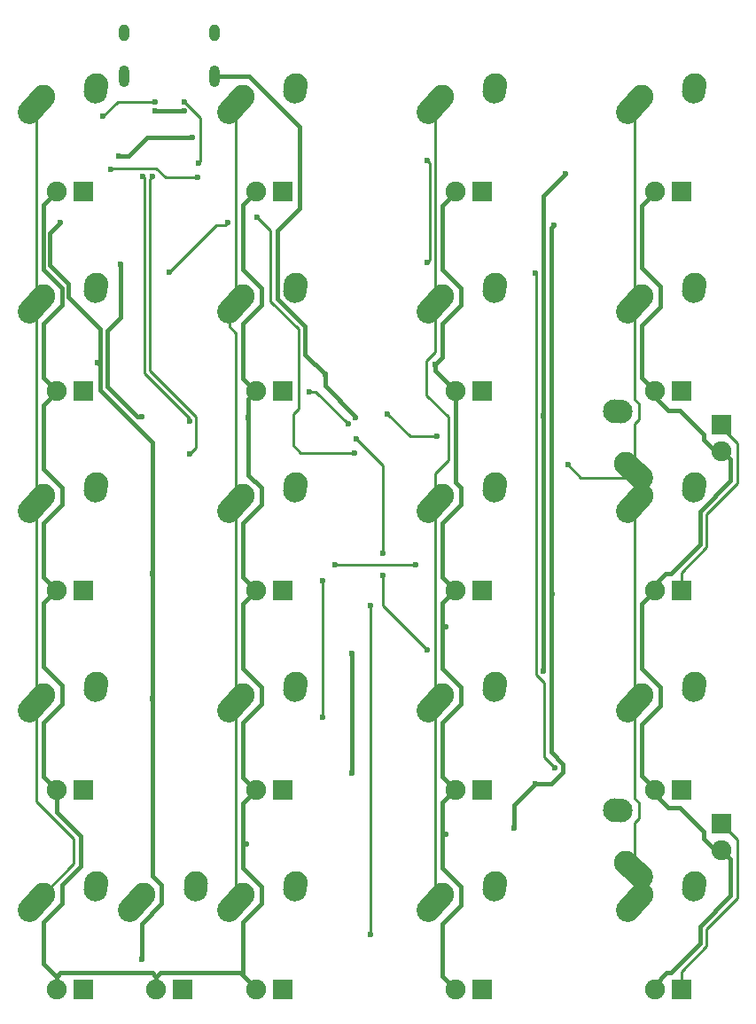
<source format=gtl>
%TF.GenerationSoftware,KiCad,Pcbnew,(7.0.0)*%
%TF.CreationDate,2023-03-11T20:18:40+01:00*%
%TF.ProjectId,Voyager20-TQFP,566f7961-6765-4723-9230-2d545146502e,rev?*%
%TF.SameCoordinates,Original*%
%TF.FileFunction,Copper,L1,Top*%
%TF.FilePolarity,Positive*%
%FSLAX46Y46*%
G04 Gerber Fmt 4.6, Leading zero omitted, Abs format (unit mm)*
G04 Created by KiCad (PCBNEW (7.0.0)) date 2023-03-11 20:18:40*
%MOMM*%
%LPD*%
G01*
G04 APERTURE LIST*
G04 Aperture macros list*
%AMHorizOval*
0 Thick line with rounded ends*
0 $1 width*
0 $2 $3 position (X,Y) of the first rounded end (center of the circle)*
0 $4 $5 position (X,Y) of the second rounded end (center of the circle)*
0 Add line between two ends*
20,1,$1,$2,$3,$4,$5,0*
0 Add two circle primitives to create the rounded ends*
1,1,$1,$2,$3*
1,1,$1,$4,$5*%
G04 Aperture macros list end*
%TA.AperFunction,ComponentPad*%
%ADD10HorizOval,2.250000X0.655001X0.730000X-0.655001X-0.730000X0*%
%TD*%
%TA.AperFunction,ComponentPad*%
%ADD11C,2.250000*%
%TD*%
%TA.AperFunction,ComponentPad*%
%ADD12HorizOval,2.250000X0.020000X0.290000X-0.020000X-0.290000X0*%
%TD*%
%TA.AperFunction,ComponentPad*%
%ADD13C,1.905000*%
%TD*%
%TA.AperFunction,ComponentPad*%
%ADD14R,1.905000X1.905000*%
%TD*%
%TA.AperFunction,ComponentPad*%
%ADD15HorizOval,2.250000X-0.730000X0.655001X0.730000X-0.655001X0*%
%TD*%
%TA.AperFunction,ComponentPad*%
%ADD16HorizOval,2.250000X-0.290000X0.020000X0.290000X-0.020000X0*%
%TD*%
%TA.AperFunction,ComponentPad*%
%ADD17O,1.000000X1.600000*%
%TD*%
%TA.AperFunction,ComponentPad*%
%ADD18O,1.000000X2.100000*%
%TD*%
%TA.AperFunction,ViaPad*%
%ADD19C,0.600000*%
%TD*%
%TA.AperFunction,Conductor*%
%ADD20C,0.381000*%
%TD*%
%TA.AperFunction,Conductor*%
%ADD21C,0.254000*%
%TD*%
G04 APERTURE END LIST*
D10*
X44470000Y-36417499D03*
D11*
X45125000Y-35687500D03*
D12*
X50144999Y-34897499D03*
D11*
X50165000Y-34607500D03*
D13*
X46355000Y-44767500D03*
D14*
X48894999Y-44767499D03*
D10*
X63520000Y-36417499D03*
D11*
X64175000Y-35687500D03*
D12*
X69194999Y-34897499D03*
D11*
X69215000Y-34607500D03*
D13*
X65405000Y-44767500D03*
D14*
X67944999Y-44767499D03*
D10*
X82570000Y-36417499D03*
D11*
X83225000Y-35687500D03*
D12*
X88244999Y-34897499D03*
D11*
X88265000Y-34607500D03*
D13*
X84455000Y-44767500D03*
D14*
X86994999Y-44767499D03*
D10*
X101620000Y-36417499D03*
D11*
X102275000Y-35687500D03*
D12*
X107294999Y-34897499D03*
D11*
X107315000Y-34607500D03*
D13*
X103505000Y-44767500D03*
D14*
X106044999Y-44767499D03*
D10*
X44470000Y-55467499D03*
D11*
X45125000Y-54737500D03*
D12*
X50144999Y-53947499D03*
D11*
X50165000Y-53657500D03*
D13*
X46355000Y-63817500D03*
D14*
X48894999Y-63817499D03*
D10*
X63520000Y-55467499D03*
D11*
X64175000Y-54737500D03*
D12*
X69194999Y-53947499D03*
D11*
X69215000Y-53657500D03*
D13*
X65405000Y-63817500D03*
D14*
X67944999Y-63817499D03*
D10*
X82570000Y-55467499D03*
D11*
X83225000Y-54737500D03*
D12*
X88244999Y-53947499D03*
D11*
X88265000Y-53657500D03*
D13*
X84455000Y-63817500D03*
D14*
X86994999Y-63817499D03*
D10*
X101620000Y-55467499D03*
D11*
X102275000Y-54737500D03*
D12*
X107294999Y-53947499D03*
D11*
X107315000Y-53657500D03*
D13*
X103505000Y-63817500D03*
D14*
X106044999Y-63817499D03*
D10*
X44470000Y-74517499D03*
D11*
X45125000Y-73787500D03*
D12*
X50144999Y-72997499D03*
D11*
X50165000Y-72707500D03*
D13*
X46355000Y-82867500D03*
D14*
X48894999Y-82867499D03*
D10*
X63520000Y-74517499D03*
D11*
X64175000Y-73787500D03*
D12*
X69194999Y-72997499D03*
D11*
X69215000Y-72707500D03*
D13*
X65405000Y-82867500D03*
D14*
X67944999Y-82867499D03*
D10*
X82570000Y-74517499D03*
D11*
X83225000Y-73787500D03*
D12*
X88244999Y-72997499D03*
D11*
X88265000Y-72707500D03*
D13*
X84455000Y-82867500D03*
D14*
X86994999Y-82867499D03*
D10*
X101620000Y-74517499D03*
D11*
X102275000Y-73787500D03*
D12*
X107294999Y-72997499D03*
D11*
X107315000Y-72707500D03*
D13*
X103505000Y-82867500D03*
D14*
X106044999Y-82867499D03*
D10*
X44470000Y-93567499D03*
D11*
X45125000Y-92837500D03*
D12*
X50144999Y-92047499D03*
D11*
X50165000Y-91757500D03*
D13*
X46355000Y-101917500D03*
D14*
X48894999Y-101917499D03*
D10*
X63520000Y-93567499D03*
D11*
X64175000Y-92837500D03*
D12*
X69194999Y-92047499D03*
D11*
X69215000Y-91757500D03*
D13*
X65405000Y-101917500D03*
D14*
X67944999Y-101917499D03*
D10*
X82570000Y-93567499D03*
D11*
X83225000Y-92837500D03*
D12*
X88244999Y-92047499D03*
D11*
X88265000Y-91757500D03*
D13*
X84455000Y-101917500D03*
D14*
X86994999Y-101917499D03*
D10*
X101620000Y-93567499D03*
D11*
X102275000Y-92837500D03*
D12*
X107294999Y-92047499D03*
D11*
X107315000Y-91757500D03*
D13*
X103505000Y-101917500D03*
D14*
X106044999Y-101917499D03*
D10*
X44470000Y-112617499D03*
D11*
X45125000Y-111887500D03*
D12*
X50144999Y-111097499D03*
D11*
X50165000Y-110807500D03*
D13*
X46355000Y-120967500D03*
D14*
X48894999Y-120967499D03*
D10*
X63520000Y-112617499D03*
D11*
X64175000Y-111887500D03*
D12*
X69194999Y-111097499D03*
D11*
X69215000Y-110807500D03*
D13*
X65405000Y-120967500D03*
D14*
X67944999Y-120967499D03*
D10*
X82570000Y-112617499D03*
D11*
X83225000Y-111887500D03*
D12*
X88244999Y-111097499D03*
D11*
X88265000Y-110807500D03*
D13*
X84455000Y-120967500D03*
D14*
X86994999Y-120967499D03*
D10*
X101620000Y-112617499D03*
D11*
X102275000Y-111887500D03*
D12*
X107294999Y-111097499D03*
D11*
X107315000Y-110807500D03*
D13*
X103505000Y-120967500D03*
D14*
X106044999Y-120967499D03*
D15*
X101504999Y-71417498D03*
D11*
X100775000Y-70762500D03*
D16*
X99984999Y-65742499D03*
D11*
X99695000Y-65722500D03*
D13*
X109855000Y-69532500D03*
D14*
X109854999Y-66992499D03*
D15*
X101504999Y-109517498D03*
D11*
X100775000Y-108862500D03*
D16*
X99984999Y-103842499D03*
D11*
X99695000Y-103822500D03*
D13*
X109855000Y-107632500D03*
D14*
X109854999Y-105092499D03*
D10*
X53995000Y-112617499D03*
D11*
X54650000Y-111887500D03*
D12*
X59669999Y-111097499D03*
D11*
X59690000Y-110807500D03*
D13*
X55880000Y-120967500D03*
D14*
X58419999Y-120967499D03*
D17*
X52829999Y-29587499D03*
D18*
X52829999Y-33767499D03*
D17*
X61469999Y-29587499D03*
D18*
X61469999Y-33767499D03*
D19*
X82675481Y-68129239D03*
X93853000Y-48006000D03*
X72007097Y-62200262D03*
X78000000Y-66000000D03*
X93726000Y-83185000D03*
X52324000Y-41402000D03*
X59309000Y-39624000D03*
X90043000Y-105537000D03*
X74943604Y-66323575D03*
X92075000Y-101346000D03*
X70475993Y-63852417D03*
X74214957Y-66956577D03*
X83566000Y-106172000D03*
X64694285Y-66374768D03*
X52451000Y-51689000D03*
X82514333Y-61288436D03*
X64516000Y-107061000D03*
X54483000Y-66294000D03*
X83566000Y-86360000D03*
X81788000Y-51562000D03*
X81788000Y-41783000D03*
X59817000Y-43434000D03*
X51562000Y-42672000D03*
X73000000Y-80391000D03*
X80645000Y-80391000D03*
X71755000Y-81915000D03*
X71755000Y-94996000D03*
X58547000Y-37084000D03*
X55753000Y-37084000D03*
X95250000Y-70866000D03*
X77538625Y-81387899D03*
X81788000Y-88519000D03*
X75000000Y-68348645D03*
X77528191Y-79305429D03*
X74832524Y-69730872D03*
X65532000Y-47244000D03*
X92075000Y-52578000D03*
X93980000Y-99822000D03*
X54610000Y-43307000D03*
X59055000Y-66675000D03*
X55499000Y-43307000D03*
X59055000Y-69850000D03*
X59944000Y-42037000D03*
X58547000Y-36195000D03*
X55753000Y-36195000D03*
X50800000Y-37592000D03*
X57150000Y-52451000D03*
X62738000Y-47752000D03*
X76327000Y-115697000D03*
X76327000Y-84328000D03*
X74549000Y-88900000D03*
X92837000Y-66167000D03*
X92837000Y-90589090D03*
X46736000Y-47752000D03*
X54483000Y-118110000D03*
X50292000Y-61087000D03*
X55499000Y-81280000D03*
X94996000Y-43053000D03*
X74549000Y-100330000D03*
X55499000Y-93218000D03*
D20*
X90043000Y-104394000D02*
X90043000Y-103378000D01*
X93726000Y-83185000D02*
X93599000Y-83312000D01*
X93599000Y-73660000D02*
X93599000Y-48260000D01*
X74943604Y-66266188D02*
X74943604Y-66323575D01*
X93599000Y-101346000D02*
X92583000Y-101346000D01*
X72007097Y-63329681D02*
X74943604Y-66266188D01*
X72007097Y-62200262D02*
X72007097Y-63329681D01*
X70104000Y-60297165D02*
X70104000Y-57658000D01*
X64755500Y-33767500D02*
X61470000Y-33767500D01*
X93599000Y-83312000D02*
X93599000Y-98298000D01*
X93599000Y-83058000D02*
X93726000Y-83185000D01*
X92583000Y-101346000D02*
X92075000Y-101346000D01*
X53213000Y-41402000D02*
X54991000Y-39624000D01*
D21*
X82675481Y-68129239D02*
X80129239Y-68129239D01*
D20*
X93599000Y-98298000D02*
X94742000Y-99441000D01*
X67437000Y-54991000D02*
X67437000Y-48514000D01*
X69596000Y-38608000D02*
X64755500Y-33767500D01*
X69596000Y-46355000D02*
X69596000Y-38608000D01*
X94742000Y-99441000D02*
X94742000Y-100203000D01*
X93599000Y-48260000D02*
X93853000Y-48006000D01*
D21*
X80129239Y-68129239D02*
X78000000Y-66000000D01*
D20*
X90043000Y-105537000D02*
X90043000Y-104394000D01*
X52324000Y-41402000D02*
X53213000Y-41402000D01*
X70104000Y-57658000D02*
X67437000Y-54991000D01*
X67437000Y-48514000D02*
X69596000Y-46355000D01*
X93599000Y-73660000D02*
X93599000Y-83058000D01*
X72007097Y-62200262D02*
X70104000Y-60297165D01*
X54991000Y-39624000D02*
X59309000Y-39624000D01*
X90043000Y-103378000D02*
X92075000Y-101346000D01*
X94742000Y-100203000D02*
X93599000Y-101346000D01*
D21*
X74214957Y-66956577D02*
X71110797Y-63852417D01*
X71110797Y-63852417D02*
X70475993Y-63852417D01*
D20*
X83185000Y-62547500D02*
X84455000Y-63817500D01*
X82514333Y-61876833D02*
X82514333Y-61288436D01*
X45085000Y-46037500D02*
X46355000Y-44767500D01*
X65405000Y-101917500D02*
X65341500Y-101917500D01*
X83185000Y-90297000D02*
X84963000Y-92075000D01*
X83185000Y-84074000D02*
X83185000Y-86360000D01*
X110744000Y-70358000D02*
X110744000Y-72390000D01*
X46863000Y-55626000D02*
X46863000Y-53975000D01*
X84963000Y-92075000D02*
X84963000Y-93726000D01*
X83185000Y-46101000D02*
X83185000Y-52197000D01*
X103505000Y-63817500D02*
X103505000Y-64389000D01*
X56261000Y-119380000D02*
X55880000Y-119761000D01*
X84455000Y-82867500D02*
X84391500Y-82867500D01*
X103505000Y-102362000D02*
X104775000Y-103632000D01*
X64135000Y-109347000D02*
X64135000Y-107061000D01*
X64135000Y-114554000D02*
X65913000Y-112776000D01*
X45085000Y-100647500D02*
X46355000Y-101917500D01*
X102235000Y-100584000D02*
X102235000Y-95631000D01*
X45085000Y-117602000D02*
X45085000Y-114554000D01*
X45085000Y-81597500D02*
X45085000Y-76454000D01*
X83185000Y-100647500D02*
X84455000Y-101917500D01*
X84963000Y-73025000D02*
X84963000Y-74676000D01*
X45085000Y-76454000D02*
X46863000Y-74676000D01*
X104521000Y-81280000D02*
X103505000Y-82296000D01*
X109283500Y-69532500D02*
X109855000Y-69532500D01*
X83185000Y-52197000D02*
X84963000Y-53975000D01*
X104013000Y-93853000D02*
X104013000Y-92075000D01*
X64516000Y-107061000D02*
X64135000Y-107061000D01*
X107823000Y-78486000D02*
X105029000Y-81280000D01*
X109918500Y-69532500D02*
X110744000Y-70358000D01*
X83185000Y-76454000D02*
X83185000Y-81597500D01*
X108204000Y-67945000D02*
X108204000Y-68453000D01*
X45085000Y-62547500D02*
X45085000Y-57404000D01*
X103505000Y-120523000D02*
X104648000Y-119380000D01*
X65913000Y-111125000D02*
X64135000Y-109347000D01*
X108204000Y-106553000D02*
X109283500Y-107632500D01*
X55880000Y-120967500D02*
X55880000Y-120904000D01*
X83185000Y-114681000D02*
X83185000Y-119697500D01*
X103505000Y-44831000D02*
X102235000Y-46101000D01*
X45085000Y-118491000D02*
X46355000Y-119761000D01*
X108204000Y-68453000D02*
X109283500Y-69532500D01*
X102235000Y-46101000D02*
X102235000Y-52070000D01*
X64135000Y-95504000D02*
X65913000Y-93726000D01*
X84963000Y-112903000D02*
X83185000Y-114681000D01*
X45085000Y-65151000D02*
X46355000Y-63881000D01*
X110744000Y-108521500D02*
X109855000Y-107632500D01*
X64135000Y-100711000D02*
X64135000Y-95504000D01*
X110744000Y-72390000D02*
X107823000Y-75311000D01*
X64135000Y-103187500D02*
X65405000Y-101917500D01*
X45085000Y-57404000D02*
X46863000Y-55626000D01*
X46863000Y-93726000D02*
X45085000Y-95504000D01*
X103505000Y-101917500D02*
X103505000Y-102362000D01*
X84391500Y-101917500D02*
X83185000Y-103124000D01*
X105029000Y-119380000D02*
X107823000Y-116586000D01*
X55499000Y-119380000D02*
X55880000Y-119761000D01*
X45085000Y-90170000D02*
X46863000Y-91948000D01*
X103505000Y-101917500D02*
X103505000Y-101854000D01*
X83185000Y-95504000D02*
X83185000Y-100647500D01*
X83566000Y-106172000D02*
X83185000Y-106172000D01*
X104775000Y-65659000D02*
X105918000Y-65659000D01*
X64135000Y-62611000D02*
X64135000Y-57404000D01*
X83185000Y-119697500D02*
X84455000Y-120967500D01*
X104013000Y-53848000D02*
X104013000Y-55753000D01*
X103505000Y-82296000D02*
X103505000Y-82867500D01*
X65913000Y-112776000D02*
X65913000Y-111125000D01*
X84963000Y-55626000D02*
X83185000Y-57404000D01*
X64135000Y-90297000D02*
X64135000Y-84137500D01*
X65405000Y-63817500D02*
X65341500Y-63817500D01*
X54483000Y-66294000D02*
X54102000Y-66294000D01*
X65913000Y-73025000D02*
X65913000Y-74676000D01*
X64694285Y-71806285D02*
X65913000Y-73025000D01*
X109855000Y-69532500D02*
X109918500Y-69532500D01*
X51181000Y-58039000D02*
X52451000Y-56769000D01*
X46355000Y-63881000D02*
X46355000Y-63817500D01*
X64135000Y-119634000D02*
X63881000Y-119380000D01*
X104013000Y-55753000D02*
X102235000Y-57531000D01*
X103505000Y-64389000D02*
X104775000Y-65659000D01*
X45085000Y-114554000D02*
X46863000Y-112776000D01*
X64135000Y-52197000D02*
X64135000Y-46037500D01*
X83185000Y-109347000D02*
X84963000Y-111125000D01*
X108204000Y-105918000D02*
X108204000Y-106553000D01*
X46863000Y-53975000D02*
X45085000Y-52197000D01*
X65405000Y-120967500D02*
X65405000Y-120904000D01*
X46355000Y-119761000D02*
X46736000Y-119380000D01*
X65913000Y-53975000D02*
X64135000Y-52197000D01*
X48641000Y-109220000D02*
X48641000Y-106299000D01*
X65405000Y-120904000D02*
X64135000Y-119634000D01*
X84963000Y-53975000D02*
X84963000Y-55626000D01*
X102235000Y-90297000D02*
X102235000Y-84137500D01*
X45085000Y-71247000D02*
X45085000Y-65151000D01*
X102235000Y-84137500D02*
X103505000Y-82867500D01*
X64135000Y-119634000D02*
X64135000Y-114554000D01*
X105918000Y-65659000D02*
X108204000Y-67945000D01*
X65913000Y-93726000D02*
X65913000Y-92075000D01*
X107823000Y-75311000D02*
X107823000Y-78486000D01*
X64135000Y-107061000D02*
X64135000Y-103187500D01*
X46291500Y-82867500D02*
X45085000Y-84074000D01*
X103505000Y-44767500D02*
X103505000Y-44831000D01*
X103505000Y-101854000D02*
X102235000Y-100584000D01*
X46355000Y-82867500D02*
X45085000Y-81597500D01*
X84963000Y-93726000D02*
X83185000Y-95504000D01*
X83185000Y-57404000D02*
X83185000Y-60617769D01*
X83185000Y-81597500D02*
X84455000Y-82867500D01*
X55880000Y-119761000D02*
X55880000Y-120967500D01*
X84455000Y-44767500D02*
X84455000Y-44831000D01*
X83185000Y-60617769D02*
X82514333Y-61288436D01*
X103505000Y-120967500D02*
X103505000Y-120523000D01*
X104648000Y-119380000D02*
X105029000Y-119380000D01*
X45085000Y-52197000D02*
X45085000Y-46037500D01*
X83566000Y-86360000D02*
X83185000Y-86360000D01*
X102235000Y-62547500D02*
X103505000Y-63817500D01*
X83185000Y-86360000D02*
X83185000Y-90297000D01*
X104013000Y-92075000D02*
X102235000Y-90297000D01*
X102235000Y-95631000D02*
X104013000Y-93853000D01*
X84455798Y-72517798D02*
X84963000Y-73025000D01*
X46736000Y-119380000D02*
X55499000Y-119380000D01*
X64135000Y-76454000D02*
X64135000Y-81597500D01*
X46355000Y-82867500D02*
X46291500Y-82867500D01*
X46355000Y-104013000D02*
X46355000Y-101917500D01*
X64135000Y-46037500D02*
X65405000Y-44767500D01*
X65913000Y-92075000D02*
X64135000Y-90297000D01*
X51181000Y-63373000D02*
X51181000Y-58039000D01*
X107823000Y-114935000D02*
X110744000Y-112014000D01*
X105918000Y-103632000D02*
X108204000Y-105918000D01*
X65405000Y-63817500D02*
X65405000Y-63881000D01*
X83185000Y-106172000D02*
X83185000Y-109347000D01*
X64135000Y-84137500D02*
X65405000Y-82867500D01*
X64135000Y-81597500D02*
X65405000Y-82867500D01*
X84963000Y-111125000D02*
X84963000Y-112903000D01*
X84455000Y-63817500D02*
X84455798Y-63818298D01*
X102235000Y-57531000D02*
X102235000Y-62547500D01*
X46863000Y-73025000D02*
X45085000Y-71247000D01*
X54102000Y-66294000D02*
X51181000Y-63373000D01*
X45085000Y-117602000D02*
X45085000Y-118491000D01*
X65913000Y-74676000D02*
X64135000Y-76454000D01*
X83185000Y-103124000D02*
X83185000Y-106172000D01*
X83185000Y-62547500D02*
X82514333Y-61876833D01*
X64694285Y-66374768D02*
X64694285Y-71806285D01*
X84963000Y-74676000D02*
X83185000Y-76454000D01*
X65341500Y-101917500D02*
X64135000Y-100711000D01*
X84391500Y-82867500D02*
X83185000Y-84074000D01*
X65341500Y-63817500D02*
X64135000Y-62611000D01*
X110744000Y-112014000D02*
X110744000Y-108521500D01*
X84455798Y-63818298D02*
X84455798Y-72517798D01*
X109855000Y-107632500D02*
X109855000Y-108077000D01*
X64135000Y-57404000D02*
X65913000Y-55626000D01*
X46863000Y-110998000D02*
X48641000Y-109220000D01*
X65405000Y-63817500D02*
X64694285Y-64528215D01*
X45085000Y-95504000D02*
X45085000Y-100647500D01*
X84455000Y-44831000D02*
X83185000Y-46101000D01*
X104775000Y-103632000D02*
X105918000Y-103632000D01*
X46863000Y-112776000D02*
X46863000Y-110998000D01*
X45085000Y-84074000D02*
X45085000Y-90170000D01*
X107823000Y-116586000D02*
X107823000Y-114935000D01*
X103505000Y-101917500D02*
X103441500Y-101917500D01*
X64694285Y-64528215D02*
X64694285Y-66374768D01*
X102235000Y-52070000D02*
X104013000Y-53848000D01*
X46863000Y-74676000D02*
X46863000Y-73025000D01*
X84455000Y-101917500D02*
X84391500Y-101917500D01*
X105029000Y-81280000D02*
X104521000Y-81280000D01*
X46863000Y-91948000D02*
X46863000Y-93726000D01*
X65913000Y-55626000D02*
X65913000Y-53975000D01*
X109283500Y-107632500D02*
X109855000Y-107632500D01*
X48641000Y-106299000D02*
X46355000Y-104013000D01*
X63881000Y-119380000D02*
X56261000Y-119380000D01*
X52451000Y-56769000D02*
X52451000Y-55245000D01*
X46355000Y-120967500D02*
X46355000Y-119761000D01*
X46355000Y-63817500D02*
X45085000Y-62547500D01*
X52451000Y-55245000D02*
X52451000Y-51689000D01*
D21*
X56769000Y-43434000D02*
X55880000Y-42545000D01*
X82042000Y-51308000D02*
X81788000Y-51562000D01*
X82042000Y-42037000D02*
X82042000Y-51308000D01*
X59817000Y-43434000D02*
X56769000Y-43434000D01*
X81788000Y-41783000D02*
X82042000Y-42037000D01*
X51689000Y-42545000D02*
X51562000Y-42672000D01*
X55880000Y-42545000D02*
X51689000Y-42545000D01*
X80645000Y-80391000D02*
X73000000Y-80391000D01*
X71755000Y-81915000D02*
X71755000Y-94996000D01*
D20*
X58547000Y-37084000D02*
X56007000Y-37084000D01*
X56007000Y-37084000D02*
X55753000Y-37084000D01*
D21*
X48006000Y-108966000D02*
X48006000Y-106553000D01*
X44450000Y-75882500D02*
X44450000Y-93662500D01*
X44450000Y-102997000D02*
X44450000Y-94932500D01*
X44450000Y-37782500D02*
X43815000Y-37147500D01*
X44450000Y-74612500D02*
X43815000Y-75247500D01*
X44450000Y-53213000D02*
X44450000Y-37782500D01*
X48006000Y-106553000D02*
X44450000Y-102997000D01*
X44450000Y-94932500D02*
X43815000Y-94297500D01*
X44450000Y-53213000D02*
X44450000Y-54062500D01*
X44450000Y-93662500D02*
X43815000Y-94297500D01*
X44450000Y-56832500D02*
X44450000Y-74612500D01*
X43815000Y-113157000D02*
X48006000Y-108966000D01*
X44450000Y-54062500D02*
X45125000Y-54737500D01*
X43815000Y-75247500D02*
X44450000Y-75882500D01*
X43815000Y-56197500D02*
X44450000Y-56832500D01*
X43815000Y-113347500D02*
X43815000Y-113157000D01*
X62865000Y-75247500D02*
X63500000Y-75882500D01*
X62865000Y-56197500D02*
X62865000Y-57658000D01*
X62865000Y-57658000D02*
X63500000Y-58293000D01*
X63500000Y-93662500D02*
X62865000Y-94297500D01*
X63500000Y-55562500D02*
X62865000Y-56197500D01*
X63500000Y-58293000D02*
X63500000Y-74612500D01*
X62865000Y-37147500D02*
X63500000Y-37782500D01*
X63500000Y-75882500D02*
X63500000Y-93662500D01*
X63500000Y-94932500D02*
X62865000Y-94297500D01*
X63500000Y-74612500D02*
X62865000Y-75247500D01*
X62865000Y-113347500D02*
X63500000Y-112712500D01*
X63500000Y-37782500D02*
X63500000Y-55562500D01*
X63500000Y-112712500D02*
X63500000Y-94932500D01*
X82550000Y-74612500D02*
X81915000Y-75247500D01*
X83810189Y-66260189D02*
X83810189Y-70415609D01*
X82550000Y-71675798D02*
X82550000Y-74612500D01*
X82550000Y-56832500D02*
X82550000Y-60084150D01*
X81915000Y-75247500D02*
X82550000Y-75882500D01*
X82550000Y-55562500D02*
X81915000Y-56197500D01*
X81915000Y-37147500D02*
X82550000Y-37782500D01*
X82550000Y-94932500D02*
X82550000Y-112712500D01*
X81915000Y-94297500D02*
X82550000Y-94932500D01*
X82550000Y-60084150D02*
X81731776Y-60902374D01*
X81731776Y-64181776D02*
X83810189Y-66260189D01*
X81915000Y-56197500D02*
X82550000Y-56832500D01*
X82550000Y-93662500D02*
X81915000Y-94297500D01*
X82550000Y-112712500D02*
X81915000Y-113347500D01*
X83810189Y-70415609D02*
X82550000Y-71675798D01*
X82550000Y-75882500D02*
X82550000Y-93662500D01*
X81731776Y-60902374D02*
X81731776Y-64181776D01*
X82550000Y-37782500D02*
X82550000Y-55562500D01*
X101981000Y-103124000D02*
X101600000Y-102743000D01*
X100775000Y-108862500D02*
X101600000Y-108037500D01*
X96456500Y-72072500D02*
X95250000Y-70866000D01*
X101600000Y-94932500D02*
X100965000Y-94297500D01*
X101981000Y-65024000D02*
X101600000Y-64643000D01*
X101981000Y-104648000D02*
X101981000Y-103124000D01*
X102235000Y-73977500D02*
X100965000Y-75247500D01*
X101600000Y-105029000D02*
X101981000Y-104648000D01*
X101600000Y-75882500D02*
X101600000Y-93662500D01*
X101600000Y-66929000D02*
X101981000Y-66548000D01*
X100965000Y-75247500D02*
X101600000Y-75882500D01*
X101600000Y-102743000D02*
X101600000Y-94932500D01*
X100775000Y-70762500D02*
X101600000Y-69937500D01*
X101600000Y-69937500D02*
X101600000Y-66929000D01*
X101981000Y-66548000D02*
X101981000Y-65024000D01*
X101600000Y-108037500D02*
X101600000Y-105029000D01*
X101600000Y-55562500D02*
X101600000Y-37782500D01*
X100965000Y-56197500D02*
X101600000Y-55562500D01*
X101600000Y-56832500D02*
X100965000Y-56197500D01*
X102235000Y-72072500D02*
X102235000Y-73977500D01*
X101600000Y-37782500D02*
X100965000Y-37147500D01*
X102235000Y-72072500D02*
X96456500Y-72072500D01*
X101600000Y-64643000D02*
X101600000Y-56832500D01*
X101600000Y-93662500D02*
X100965000Y-94297500D01*
X75000000Y-68348645D02*
X75006716Y-68348645D01*
X77528191Y-70870120D02*
X77528191Y-79305429D01*
X77538625Y-84269625D02*
X77538625Y-81387899D01*
X81788000Y-88519000D02*
X77538625Y-84269625D01*
X75006716Y-68348645D02*
X77528191Y-70870120D01*
X68961000Y-66040000D02*
X68961000Y-69000000D01*
X65532000Y-47244000D02*
X66802000Y-48514000D01*
X68961000Y-69000000D02*
X69691872Y-69730872D01*
X69469000Y-57912000D02*
X69469000Y-65532000D01*
X69469000Y-65532000D02*
X68961000Y-66040000D01*
X66802000Y-55245000D02*
X69469000Y-57912000D01*
X69691872Y-69730872D02*
X74832524Y-69730872D01*
X66802000Y-48514000D02*
X66802000Y-55245000D01*
X92202000Y-90932000D02*
X92202000Y-52705000D01*
X92964000Y-91694000D02*
X92202000Y-90932000D01*
X92964000Y-98806000D02*
X92964000Y-91694000D01*
X93980000Y-99822000D02*
X92964000Y-98806000D01*
X92202000Y-52705000D02*
X92075000Y-52578000D01*
X54737000Y-43434000D02*
X54610000Y-43307000D01*
X59055000Y-66675000D02*
X59055000Y-66421000D01*
X59055000Y-66421000D02*
X54737000Y-62103000D01*
X54737000Y-62103000D02*
X54737000Y-43434000D01*
X55245000Y-61849000D02*
X59690000Y-66294000D01*
X55499000Y-43307000D02*
X55245000Y-43561000D01*
X59690000Y-66294000D02*
X59690000Y-69215000D01*
X59690000Y-69215000D02*
X59055000Y-69850000D01*
X55245000Y-43561000D02*
X55245000Y-61849000D01*
X60071000Y-37719000D02*
X60071000Y-41910000D01*
X60071000Y-41910000D02*
X59944000Y-42037000D01*
X58547000Y-36195000D02*
X60071000Y-37719000D01*
X54991000Y-36195000D02*
X52197000Y-36195000D01*
X52197000Y-36195000D02*
X50800000Y-37592000D01*
X55753000Y-36195000D02*
X54991000Y-36195000D01*
X62738000Y-47752000D02*
X62484000Y-48006000D01*
X61595000Y-48006000D02*
X57150000Y-52451000D01*
X62484000Y-48006000D02*
X61595000Y-48006000D01*
X76327000Y-85217000D02*
X76327000Y-115697000D01*
X76327000Y-84328000D02*
X76327000Y-85217000D01*
D20*
X56388000Y-110998000D02*
X56388000Y-112776000D01*
X93091000Y-44958000D02*
X94996000Y-43053000D01*
X55499000Y-93218000D02*
X55499000Y-110109000D01*
X45720000Y-51816000D02*
X47498000Y-53594000D01*
X54483000Y-114681000D02*
X54483000Y-118110000D01*
X55499000Y-81280000D02*
X55499000Y-93218000D01*
X56388000Y-112776000D02*
X54483000Y-114681000D01*
X50546000Y-60833000D02*
X50292000Y-61087000D01*
X50546000Y-63754000D02*
X50546000Y-61341000D01*
X55499000Y-68707000D02*
X50546000Y-63754000D01*
X47498000Y-53594000D02*
X47498000Y-54864000D01*
X55499000Y-77089000D02*
X55499000Y-68707000D01*
X74549000Y-99695000D02*
X74549000Y-88900000D01*
X92837000Y-67310000D02*
X92837000Y-87630000D01*
X55499000Y-81280000D02*
X55499000Y-77089000D01*
X47498000Y-54864000D02*
X50546000Y-57912000D01*
X46736000Y-47752000D02*
X45720000Y-48768000D01*
X50546000Y-60833000D02*
X50546000Y-61341000D01*
X92837000Y-66167000D02*
X92837000Y-67310000D01*
X92837000Y-66167000D02*
X92837000Y-45212000D01*
X55499000Y-110109000D02*
X56388000Y-110998000D01*
X50546000Y-61341000D02*
X50292000Y-61087000D01*
X74549000Y-100330000D02*
X74549000Y-99695000D01*
X50546000Y-57912000D02*
X50546000Y-60833000D01*
X45720000Y-48768000D02*
X45720000Y-51816000D01*
X92837000Y-87630000D02*
X92837000Y-90589090D01*
X92837000Y-45212000D02*
X93091000Y-44958000D01*
D21*
X106045000Y-82867500D02*
X106045000Y-81153000D01*
X108458000Y-75565000D02*
X111379000Y-72644000D01*
X111379000Y-72644000D02*
X111379000Y-68834000D01*
X111379000Y-68834000D02*
X109855000Y-67310000D01*
X109855000Y-67310000D02*
X109855000Y-66992500D01*
X108458000Y-78740000D02*
X108458000Y-75565000D01*
X106045000Y-81153000D02*
X108458000Y-78740000D01*
X108458000Y-115189000D02*
X111379000Y-112268000D01*
X111379000Y-106680000D02*
X109855000Y-105156000D01*
X106045000Y-119253000D02*
X108458000Y-116840000D01*
X109855000Y-105156000D02*
X109855000Y-105092500D01*
X111379000Y-112268000D02*
X111379000Y-106680000D01*
X106045000Y-120967500D02*
X106045000Y-119253000D01*
X108458000Y-116840000D02*
X108458000Y-115189000D01*
M02*

</source>
